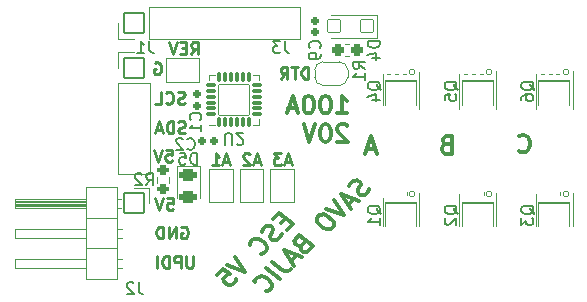
<source format=gbo>
G04 #@! TF.GenerationSoftware,KiCad,Pcbnew,6.0.1-79c1e3a40b~116~ubuntu21.04.1*
G04 #@! TF.CreationDate,2022-02-15T17:28:44-05:00*
G04 #@! TF.ProjectId,ESC_V5,4553435f-5635-42e6-9b69-6361645f7063,rev?*
G04 #@! TF.SameCoordinates,Original*
G04 #@! TF.FileFunction,Legend,Bot*
G04 #@! TF.FilePolarity,Positive*
%FSLAX46Y46*%
G04 Gerber Fmt 4.6, Leading zero omitted, Abs format (unit mm)*
G04 Created by KiCad (PCBNEW 6.0.1-79c1e3a40b~116~ubuntu21.04.1) date 2022-02-15 17:28:44*
%MOMM*%
%LPD*%
G01*
G04 APERTURE LIST*
G04 Aperture macros list*
%AMRoundRect*
0 Rectangle with rounded corners*
0 $1 Rounding radius*
0 $2 $3 $4 $5 $6 $7 $8 $9 X,Y pos of 4 corners*
0 Add a 4 corners polygon primitive as box body*
4,1,4,$2,$3,$4,$5,$6,$7,$8,$9,$2,$3,0*
0 Add four circle primitives for the rounded corners*
1,1,$1+$1,$2,$3*
1,1,$1+$1,$4,$5*
1,1,$1+$1,$6,$7*
1,1,$1+$1,$8,$9*
0 Add four rect primitives between the rounded corners*
20,1,$1+$1,$2,$3,$4,$5,0*
20,1,$1+$1,$4,$5,$6,$7,0*
20,1,$1+$1,$6,$7,$8,$9,0*
20,1,$1+$1,$8,$9,$2,$3,0*%
%AMFreePoly0*
4,1,16,0.535355,0.785355,0.541603,0.777735,1.041603,0.027735,1.049029,-0.009806,1.041603,-0.027735,0.541603,-0.777735,0.509806,-0.799029,0.500000,-0.800000,-0.500000,-0.800000,-0.535355,-0.785355,-0.550000,-0.750000,-0.550000,0.750000,-0.535355,0.785355,-0.500000,0.800000,0.500000,0.800000,0.535355,0.785355,0.535355,0.785355,$1*%
%AMFreePoly1*
4,1,16,0.535355,0.785355,0.550000,0.750000,0.550000,-0.750000,0.535355,-0.785355,0.500000,-0.800000,-0.650000,-0.800000,-0.685355,-0.785355,-0.700000,-0.750000,-0.691603,-0.722265,-0.210093,0.000000,-0.691603,0.722265,-0.699029,0.759806,-0.677735,0.791603,-0.650000,0.800000,0.500000,0.800000,0.535355,0.785355,0.535355,0.785355,$1*%
%AMFreePoly2*
4,1,37,0.535355,0.785355,0.550000,0.750000,0.550000,-0.750000,0.535355,-0.785355,0.500000,-0.800000,0.000000,-0.800000,-0.012524,-0.794812,-0.080857,-0.793560,-0.094851,-0.791293,-0.230166,-0.749018,-0.242962,-0.742915,-0.360972,-0.664360,-0.371540,-0.654911,-0.462760,-0.546392,-0.470252,-0.534356,-0.527347,-0.404597,-0.531159,-0.390943,-0.548742,-0.256483,-0.547388,-0.256306,-0.550000,-0.250000,
-0.550000,0.250000,-0.549522,0.251153,-0.549368,0.263802,-0.527557,0.403879,-0.523412,0.417435,-0.463164,0.545760,-0.455381,0.557609,-0.361537,0.663867,-0.350741,0.673055,-0.230846,0.748703,-0.217905,0.754492,-0.081598,0.793449,-0.067552,0.795373,-0.011991,0.795033,0.000000,0.800000,0.500000,0.800000,0.535355,0.785355,0.535355,0.785355,$1*%
%AMFreePoly3*
4,1,37,0.012350,0.794884,0.074210,0.794507,0.088231,0.792412,0.224052,0.751793,0.236921,0.745846,0.355883,0.668739,0.366566,0.659420,0.459104,0.552023,0.466742,0.540080,0.525419,0.411028,0.529398,0.397421,0.549495,0.257088,0.550000,0.250000,0.550000,-0.250000,0.549996,-0.250610,0.549847,-0.262826,0.549158,-0.270511,0.525638,-0.410312,0.521328,-0.423818,0.459516,-0.551397,
0.451589,-0.563150,0.356454,-0.668254,0.345546,-0.677309,0.224736,-0.751486,0.211726,-0.757116,0.074953,-0.794405,0.060885,-0.796158,0.011462,-0.795252,0.000000,-0.800000,-0.500000,-0.800000,-0.535355,-0.785355,-0.550000,-0.750000,-0.550000,0.750000,-0.535355,0.785355,-0.500000,0.800000,0.000000,0.800000,0.012350,0.794884,0.012350,0.794884,$1*%
G04 Aperture macros list end*
%ADD10C,0.300000*%
%ADD11C,0.250000*%
%ADD12C,0.150000*%
%ADD13C,0.120000*%
%ADD14C,0.100000*%
%ADD15RoundRect,0.197500X-0.172500X0.147500X-0.172500X-0.147500X0.172500X-0.147500X0.172500X0.147500X0*%
%ADD16RoundRect,0.197500X-0.147500X-0.172500X0.147500X-0.172500X0.147500X0.172500X-0.147500X0.172500X0*%
%ADD17RoundRect,0.197500X0.172500X-0.147500X0.172500X0.147500X-0.172500X0.147500X-0.172500X-0.147500X0*%
%ADD18RoundRect,0.050000X0.550000X0.550000X-0.550000X0.550000X-0.550000X-0.550000X0.550000X-0.550000X0*%
%ADD19RoundRect,0.050000X0.850000X0.850000X-0.850000X0.850000X-0.850000X-0.850000X0.850000X-0.850000X0*%
%ADD20O,1.800000X1.800000*%
%ADD21RoundRect,0.050000X-0.850000X0.850000X-0.850000X-0.850000X0.850000X-0.850000X0.850000X0.850000X0*%
%ADD22FreePoly0,0.000000*%
%ADD23FreePoly1,0.000000*%
%ADD24FreePoly0,90.000000*%
%ADD25FreePoly1,90.000000*%
%ADD26FreePoly2,180.000000*%
%ADD27FreePoly3,180.000000*%
%ADD28RoundRect,0.112500X-0.350000X-0.062500X0.350000X-0.062500X0.350000X0.062500X-0.350000X0.062500X0*%
%ADD29RoundRect,0.112500X-0.062500X-0.350000X0.062500X-0.350000X0.062500X0.350000X-0.062500X0.350000X0*%
%ADD30RoundRect,0.050000X-1.300000X-1.300000X1.300000X-1.300000X1.300000X1.300000X-1.300000X1.300000X0*%
%ADD31RoundRect,0.050000X-0.200000X-0.200000X0.200000X-0.200000X0.200000X0.200000X-0.200000X0.200000X0*%
%ADD32RoundRect,0.050000X-1.325000X1.100000X-1.325000X-1.100000X1.325000X-1.100000X1.325000X1.100000X0*%
%ADD33RoundRect,0.268750X0.218750X0.256250X-0.218750X0.256250X-0.218750X-0.256250X0.218750X-0.256250X0*%
%ADD34RoundRect,0.250000X-0.275000X0.200000X-0.275000X-0.200000X0.275000X-0.200000X0.275000X0.200000X0*%
%ADD35RoundRect,0.293750X-0.456250X0.243750X-0.456250X-0.243750X0.456250X-0.243750X0.456250X0.243750X0*%
G04 APERTURE END LIST*
D10*
X142057142Y-152350000D02*
X141342857Y-152350000D01*
X142200000Y-152778571D02*
X141700000Y-151278571D01*
X141200000Y-152778571D01*
D11*
X124457738Y-156552380D02*
X124933928Y-156552380D01*
X124981547Y-157028571D01*
X124933928Y-156980952D01*
X124838690Y-156933333D01*
X124600595Y-156933333D01*
X124505357Y-156980952D01*
X124457738Y-157028571D01*
X124410119Y-157123809D01*
X124410119Y-157361904D01*
X124457738Y-157457142D01*
X124505357Y-157504761D01*
X124600595Y-157552380D01*
X124838690Y-157552380D01*
X124933928Y-157504761D01*
X124981547Y-157457142D01*
X124124404Y-156552380D02*
X123791071Y-157552380D01*
X123457738Y-156552380D01*
D10*
X148092857Y-151992857D02*
X147878571Y-152064285D01*
X147807142Y-152135714D01*
X147735714Y-152278571D01*
X147735714Y-152492857D01*
X147807142Y-152635714D01*
X147878571Y-152707142D01*
X148021428Y-152778571D01*
X148592857Y-152778571D01*
X148592857Y-151278571D01*
X148092857Y-151278571D01*
X147950000Y-151350000D01*
X147878571Y-151421428D01*
X147807142Y-151564285D01*
X147807142Y-151707142D01*
X147878571Y-151850000D01*
X147950000Y-151921428D01*
X148092857Y-151992857D01*
X148592857Y-151992857D01*
D11*
X123400595Y-145100000D02*
X123495833Y-145052380D01*
X123638690Y-145052380D01*
X123781547Y-145100000D01*
X123876785Y-145195238D01*
X123924404Y-145290476D01*
X123972023Y-145480952D01*
X123972023Y-145623809D01*
X123924404Y-145814285D01*
X123876785Y-145909523D01*
X123781547Y-146004761D01*
X123638690Y-146052380D01*
X123543452Y-146052380D01*
X123400595Y-146004761D01*
X123352976Y-145957142D01*
X123352976Y-145623809D01*
X123543452Y-145623809D01*
D10*
X134481602Y-158266874D02*
X134128049Y-158620427D01*
X134601558Y-159258086D02*
X135106634Y-158753010D01*
X133913391Y-157824932D01*
X133408315Y-158330008D01*
X134140676Y-159617953D02*
X134045974Y-159813670D01*
X133793436Y-160066208D01*
X133635599Y-160123029D01*
X133528271Y-160129343D01*
X133364121Y-160091462D01*
X133250479Y-160003074D01*
X133187344Y-159864178D01*
X133181031Y-159769476D01*
X133225225Y-159624266D01*
X133370434Y-159378042D01*
X133414629Y-159232832D01*
X133408315Y-159138131D01*
X133345181Y-158999235D01*
X133231538Y-158910846D01*
X133067389Y-158872965D01*
X132960060Y-158879279D01*
X132802224Y-158936100D01*
X132549685Y-159188638D01*
X132454984Y-159384355D01*
X132417103Y-161240511D02*
X132524432Y-161234197D01*
X132732776Y-161126868D01*
X132833791Y-161025853D01*
X132928493Y-160830136D01*
X132915866Y-160640732D01*
X132852731Y-160501836D01*
X132675954Y-160274552D01*
X132505491Y-160141970D01*
X132227699Y-160015701D01*
X132063550Y-159977820D01*
X131848892Y-159990447D01*
X131640548Y-160097775D01*
X131539533Y-160198791D01*
X131444831Y-160394508D01*
X131451145Y-160489210D01*
X130226335Y-161511989D02*
X131066024Y-162793620D01*
X129519228Y-162219096D01*
X128660598Y-163077725D02*
X129165674Y-162572649D01*
X129784393Y-162964083D01*
X129677064Y-162970397D01*
X129519228Y-163027218D01*
X129266690Y-163279756D01*
X129222495Y-163424965D01*
X129228809Y-163519667D01*
X129291943Y-163658563D01*
X129576049Y-163879534D01*
X129740199Y-163917415D01*
X129847527Y-163911101D01*
X130005364Y-163854280D01*
X130257902Y-163601742D01*
X130302096Y-163456533D01*
X130295783Y-163361831D01*
D11*
X132314285Y-153466666D02*
X131838095Y-153466666D01*
X132409523Y-153752380D02*
X132076190Y-152752380D01*
X131742857Y-153752380D01*
X131457142Y-152847619D02*
X131409523Y-152800000D01*
X131314285Y-152752380D01*
X131076190Y-152752380D01*
X130980952Y-152800000D01*
X130933333Y-152847619D01*
X130885714Y-152942857D01*
X130885714Y-153038095D01*
X130933333Y-153180952D01*
X131504761Y-153752380D01*
X130885714Y-153752380D01*
X134914285Y-153466666D02*
X134438095Y-153466666D01*
X135009523Y-153752380D02*
X134676190Y-152752380D01*
X134342857Y-153752380D01*
X134104761Y-152752380D02*
X133485714Y-152752380D01*
X133819047Y-153133333D01*
X133676190Y-153133333D01*
X133580952Y-153180952D01*
X133533333Y-153228571D01*
X133485714Y-153323809D01*
X133485714Y-153561904D01*
X133533333Y-153657142D01*
X133580952Y-153704761D01*
X133676190Y-153752380D01*
X133961904Y-153752380D01*
X134057142Y-153704761D01*
X134104761Y-153657142D01*
X136399404Y-146452380D02*
X136399404Y-145452380D01*
X136161309Y-145452380D01*
X136018452Y-145500000D01*
X135923214Y-145595238D01*
X135875595Y-145690476D01*
X135827976Y-145880952D01*
X135827976Y-146023809D01*
X135875595Y-146214285D01*
X135923214Y-146309523D01*
X136018452Y-146404761D01*
X136161309Y-146452380D01*
X136399404Y-146452380D01*
X135542261Y-145452380D02*
X134970833Y-145452380D01*
X135256547Y-146452380D02*
X135256547Y-145452380D01*
X134066071Y-146452380D02*
X134399404Y-145976190D01*
X134637500Y-146452380D02*
X134637500Y-145452380D01*
X134256547Y-145452380D01*
X134161309Y-145500000D01*
X134113690Y-145547619D01*
X134066071Y-145642857D01*
X134066071Y-145785714D01*
X134113690Y-145880952D01*
X134161309Y-145928571D01*
X134256547Y-145976190D01*
X134637500Y-145976190D01*
X129714285Y-153466666D02*
X129238095Y-153466666D01*
X129809523Y-153752380D02*
X129476190Y-152752380D01*
X129142857Y-153752380D01*
X128285714Y-153752380D02*
X128857142Y-153752380D01*
X128571428Y-153752380D02*
X128571428Y-152752380D01*
X128666666Y-152895238D01*
X128761904Y-152990476D01*
X128857142Y-153038095D01*
X126648214Y-161452380D02*
X126648214Y-162261904D01*
X126600595Y-162357142D01*
X126552976Y-162404761D01*
X126457738Y-162452380D01*
X126267261Y-162452380D01*
X126172023Y-162404761D01*
X126124404Y-162357142D01*
X126076785Y-162261904D01*
X126076785Y-161452380D01*
X125600595Y-162452380D02*
X125600595Y-161452380D01*
X125219642Y-161452380D01*
X125124404Y-161500000D01*
X125076785Y-161547619D01*
X125029166Y-161642857D01*
X125029166Y-161785714D01*
X125076785Y-161880952D01*
X125124404Y-161928571D01*
X125219642Y-161976190D01*
X125600595Y-161976190D01*
X124600595Y-162452380D02*
X124600595Y-161452380D01*
X124362500Y-161452380D01*
X124219642Y-161500000D01*
X124124404Y-161595238D01*
X124076785Y-161690476D01*
X124029166Y-161880952D01*
X124029166Y-162023809D01*
X124076785Y-162214285D01*
X124124404Y-162309523D01*
X124219642Y-162404761D01*
X124362500Y-162452380D01*
X124600595Y-162452380D01*
X123600595Y-162452380D02*
X123600595Y-161452380D01*
X125933928Y-148504761D02*
X125791071Y-148552380D01*
X125552976Y-148552380D01*
X125457738Y-148504761D01*
X125410119Y-148457142D01*
X125362500Y-148361904D01*
X125362500Y-148266666D01*
X125410119Y-148171428D01*
X125457738Y-148123809D01*
X125552976Y-148076190D01*
X125743452Y-148028571D01*
X125838690Y-147980952D01*
X125886309Y-147933333D01*
X125933928Y-147838095D01*
X125933928Y-147742857D01*
X125886309Y-147647619D01*
X125838690Y-147600000D01*
X125743452Y-147552380D01*
X125505357Y-147552380D01*
X125362500Y-147600000D01*
X124362500Y-148457142D02*
X124410119Y-148504761D01*
X124552976Y-148552380D01*
X124648214Y-148552380D01*
X124791071Y-148504761D01*
X124886309Y-148409523D01*
X124933928Y-148314285D01*
X124981547Y-148123809D01*
X124981547Y-147980952D01*
X124933928Y-147790476D01*
X124886309Y-147695238D01*
X124791071Y-147600000D01*
X124648214Y-147552380D01*
X124552976Y-147552380D01*
X124410119Y-147600000D01*
X124362500Y-147647619D01*
X123457738Y-148552380D02*
X123933928Y-148552380D01*
X123933928Y-147552380D01*
X124357738Y-152452380D02*
X124833928Y-152452380D01*
X124881547Y-152928571D01*
X124833928Y-152880952D01*
X124738690Y-152833333D01*
X124500595Y-152833333D01*
X124405357Y-152880952D01*
X124357738Y-152928571D01*
X124310119Y-153023809D01*
X124310119Y-153261904D01*
X124357738Y-153357142D01*
X124405357Y-153404761D01*
X124500595Y-153452380D01*
X124738690Y-153452380D01*
X124833928Y-153404761D01*
X124881547Y-153357142D01*
X124024404Y-152452380D02*
X123691071Y-153452380D01*
X123357738Y-152452380D01*
X126471428Y-144352380D02*
X126804761Y-143876190D01*
X127042857Y-144352380D02*
X127042857Y-143352380D01*
X126661904Y-143352380D01*
X126566666Y-143400000D01*
X126519047Y-143447619D01*
X126471428Y-143542857D01*
X126471428Y-143685714D01*
X126519047Y-143780952D01*
X126566666Y-143828571D01*
X126661904Y-143876190D01*
X127042857Y-143876190D01*
X126042857Y-143828571D02*
X125709523Y-143828571D01*
X125566666Y-144352380D02*
X126042857Y-144352380D01*
X126042857Y-143352380D01*
X125566666Y-143352380D01*
X125280952Y-143352380D02*
X124947619Y-144352380D01*
X124614285Y-143352380D01*
X125981547Y-151004761D02*
X125838690Y-151052380D01*
X125600595Y-151052380D01*
X125505357Y-151004761D01*
X125457738Y-150957142D01*
X125410119Y-150861904D01*
X125410119Y-150766666D01*
X125457738Y-150671428D01*
X125505357Y-150623809D01*
X125600595Y-150576190D01*
X125791071Y-150528571D01*
X125886309Y-150480952D01*
X125933928Y-150433333D01*
X125981547Y-150338095D01*
X125981547Y-150242857D01*
X125933928Y-150147619D01*
X125886309Y-150100000D01*
X125791071Y-150052380D01*
X125552976Y-150052380D01*
X125410119Y-150100000D01*
X124981547Y-151052380D02*
X124981547Y-150052380D01*
X124743452Y-150052380D01*
X124600595Y-150100000D01*
X124505357Y-150195238D01*
X124457738Y-150290476D01*
X124410119Y-150480952D01*
X124410119Y-150623809D01*
X124457738Y-150814285D01*
X124505357Y-150909523D01*
X124600595Y-151004761D01*
X124743452Y-151052380D01*
X124981547Y-151052380D01*
X124029166Y-150766666D02*
X123552976Y-150766666D01*
X124124404Y-151052380D02*
X123791071Y-150052380D01*
X123457738Y-151052380D01*
D10*
X138862142Y-149371071D02*
X139719285Y-149371071D01*
X139290714Y-149371071D02*
X139290714Y-147871071D01*
X139433571Y-148085357D01*
X139576428Y-148228214D01*
X139719285Y-148299642D01*
X137933571Y-147871071D02*
X137790714Y-147871071D01*
X137647857Y-147942500D01*
X137576428Y-148013928D01*
X137505000Y-148156785D01*
X137433571Y-148442500D01*
X137433571Y-148799642D01*
X137505000Y-149085357D01*
X137576428Y-149228214D01*
X137647857Y-149299642D01*
X137790714Y-149371071D01*
X137933571Y-149371071D01*
X138076428Y-149299642D01*
X138147857Y-149228214D01*
X138219285Y-149085357D01*
X138290714Y-148799642D01*
X138290714Y-148442500D01*
X138219285Y-148156785D01*
X138147857Y-148013928D01*
X138076428Y-147942500D01*
X137933571Y-147871071D01*
X136505000Y-147871071D02*
X136362142Y-147871071D01*
X136219285Y-147942500D01*
X136147857Y-148013928D01*
X136076428Y-148156785D01*
X136005000Y-148442500D01*
X136005000Y-148799642D01*
X136076428Y-149085357D01*
X136147857Y-149228214D01*
X136219285Y-149299642D01*
X136362142Y-149371071D01*
X136505000Y-149371071D01*
X136647857Y-149299642D01*
X136719285Y-149228214D01*
X136790714Y-149085357D01*
X136862142Y-148799642D01*
X136862142Y-148442500D01*
X136790714Y-148156785D01*
X136719285Y-148013928D01*
X136647857Y-147942500D01*
X136505000Y-147871071D01*
X135433571Y-148942500D02*
X134719285Y-148942500D01*
X135576428Y-149371071D02*
X135076428Y-147871071D01*
X134576428Y-149371071D01*
X139719285Y-150428928D02*
X139647857Y-150357500D01*
X139505000Y-150286071D01*
X139147857Y-150286071D01*
X139005000Y-150357500D01*
X138933571Y-150428928D01*
X138862142Y-150571785D01*
X138862142Y-150714642D01*
X138933571Y-150928928D01*
X139790714Y-151786071D01*
X138862142Y-151786071D01*
X137933571Y-150286071D02*
X137790714Y-150286071D01*
X137647857Y-150357500D01*
X137576428Y-150428928D01*
X137505000Y-150571785D01*
X137433571Y-150857500D01*
X137433571Y-151214642D01*
X137505000Y-151500357D01*
X137576428Y-151643214D01*
X137647857Y-151714642D01*
X137790714Y-151786071D01*
X137933571Y-151786071D01*
X138076428Y-151714642D01*
X138147857Y-151643214D01*
X138219285Y-151500357D01*
X138290714Y-151214642D01*
X138290714Y-150857500D01*
X138219285Y-150571785D01*
X138147857Y-150428928D01*
X138076428Y-150357500D01*
X137933571Y-150286071D01*
X137005000Y-150286071D02*
X136505000Y-151786071D01*
X136005000Y-150286071D01*
X141567072Y-155791556D02*
X141472370Y-155987273D01*
X141219832Y-156239812D01*
X141061996Y-156296633D01*
X140954667Y-156302946D01*
X140790518Y-156265065D01*
X140676875Y-156176677D01*
X140613741Y-156037781D01*
X140607427Y-155943079D01*
X140651622Y-155797870D01*
X140796831Y-155551645D01*
X140841025Y-155406436D01*
X140834712Y-155311734D01*
X140771577Y-155172838D01*
X140657935Y-155084450D01*
X140493785Y-155046569D01*
X140386457Y-155052882D01*
X140228620Y-155109703D01*
X139976082Y-155362242D01*
X139881380Y-155557959D01*
X140272814Y-156580738D02*
X139767738Y-157085814D01*
X140714756Y-156744888D02*
X139167960Y-156170364D01*
X140007649Y-157451995D01*
X138612376Y-156725947D02*
X139452065Y-158007579D01*
X137905269Y-157433054D01*
X137349685Y-157988638D02*
X137147655Y-158190669D01*
X137103461Y-158335878D01*
X137116088Y-158525282D01*
X137292864Y-158752566D01*
X137690612Y-159061925D01*
X137968404Y-159188194D01*
X138183061Y-159175567D01*
X138340898Y-159118746D01*
X138542928Y-158916716D01*
X138587122Y-158771506D01*
X138574495Y-158582103D01*
X138397719Y-158354818D01*
X137999971Y-158045459D01*
X137722179Y-157919190D01*
X137507522Y-157931817D01*
X137349685Y-157988638D01*
X135847084Y-160501393D02*
X135752382Y-160697110D01*
X135758695Y-160791811D01*
X135821830Y-160930707D01*
X135992293Y-161063290D01*
X136156443Y-161101171D01*
X136263771Y-161094857D01*
X136421608Y-161038036D01*
X136825669Y-160633975D01*
X135632426Y-159705897D01*
X135278873Y-160059451D01*
X135234679Y-160204660D01*
X135240992Y-160299362D01*
X135304127Y-160438258D01*
X135417769Y-160526646D01*
X135581918Y-160564527D01*
X135689247Y-160558214D01*
X135847084Y-160501393D01*
X136200637Y-160147839D01*
X135474590Y-161378963D02*
X134969513Y-161884039D01*
X135916531Y-161543112D02*
X134369735Y-160968588D01*
X135209425Y-162250219D01*
X133359583Y-161978741D02*
X134211899Y-162641653D01*
X134432870Y-162723728D01*
X134647527Y-162711101D01*
X134855871Y-162603773D01*
X134956887Y-162502757D01*
X134047749Y-163411895D02*
X132854507Y-162483817D01*
X132822939Y-164434674D02*
X132930268Y-164428361D01*
X133138612Y-164321032D01*
X133239627Y-164220017D01*
X133334329Y-164024300D01*
X133321702Y-163834896D01*
X133258568Y-163696000D01*
X133081791Y-163468716D01*
X132911328Y-163336133D01*
X132633536Y-163209864D01*
X132469386Y-163171983D01*
X132254729Y-163184610D01*
X132046385Y-163291939D01*
X131945369Y-163392954D01*
X131850668Y-163588671D01*
X131856981Y-163683373D01*
D11*
X125648214Y-159000000D02*
X125743452Y-158952380D01*
X125886309Y-158952380D01*
X126029166Y-159000000D01*
X126124404Y-159095238D01*
X126172023Y-159190476D01*
X126219642Y-159380952D01*
X126219642Y-159523809D01*
X126172023Y-159714285D01*
X126124404Y-159809523D01*
X126029166Y-159904761D01*
X125886309Y-159952380D01*
X125791071Y-159952380D01*
X125648214Y-159904761D01*
X125600595Y-159857142D01*
X125600595Y-159523809D01*
X125791071Y-159523809D01*
X125172023Y-159952380D02*
X125172023Y-158952380D01*
X124600595Y-159952380D01*
X124600595Y-158952380D01*
X124124404Y-159952380D02*
X124124404Y-158952380D01*
X123886309Y-158952380D01*
X123743452Y-159000000D01*
X123648214Y-159095238D01*
X123600595Y-159190476D01*
X123552976Y-159380952D01*
X123552976Y-159523809D01*
X123600595Y-159714285D01*
X123648214Y-159809523D01*
X123743452Y-159904761D01*
X123886309Y-159952380D01*
X124124404Y-159952380D01*
D10*
X154235714Y-152535714D02*
X154307142Y-152607142D01*
X154521428Y-152678571D01*
X154664285Y-152678571D01*
X154878571Y-152607142D01*
X155021428Y-152464285D01*
X155092857Y-152321428D01*
X155164285Y-152035714D01*
X155164285Y-151821428D01*
X155092857Y-151535714D01*
X155021428Y-151392857D01*
X154878571Y-151250000D01*
X154664285Y-151178571D01*
X154521428Y-151178571D01*
X154307142Y-151250000D01*
X154235714Y-151321428D01*
D12*
X127257142Y-149933333D02*
X127304761Y-149885714D01*
X127352380Y-149742857D01*
X127352380Y-149647619D01*
X127304761Y-149504761D01*
X127209523Y-149409523D01*
X127114285Y-149361904D01*
X126923809Y-149314285D01*
X126780952Y-149314285D01*
X126590476Y-149361904D01*
X126495238Y-149409523D01*
X126400000Y-149504761D01*
X126352380Y-149647619D01*
X126352380Y-149742857D01*
X126400000Y-149885714D01*
X126447619Y-149933333D01*
X127352380Y-150885714D02*
X127352380Y-150314285D01*
X127352380Y-150600000D02*
X126352380Y-150600000D01*
X126495238Y-150504761D01*
X126590476Y-150409523D01*
X126638095Y-150314285D01*
X126166666Y-152357142D02*
X126214285Y-152404761D01*
X126357142Y-152452380D01*
X126452380Y-152452380D01*
X126595238Y-152404761D01*
X126690476Y-152309523D01*
X126738095Y-152214285D01*
X126785714Y-152023809D01*
X126785714Y-151880952D01*
X126738095Y-151690476D01*
X126690476Y-151595238D01*
X126595238Y-151500000D01*
X126452380Y-151452380D01*
X126357142Y-151452380D01*
X126214285Y-151500000D01*
X126166666Y-151547619D01*
X125785714Y-151547619D02*
X125738095Y-151500000D01*
X125642857Y-151452380D01*
X125404761Y-151452380D01*
X125309523Y-151500000D01*
X125261904Y-151547619D01*
X125214285Y-151642857D01*
X125214285Y-151738095D01*
X125261904Y-151880952D01*
X125833333Y-152452380D01*
X125214285Y-152452380D01*
X137357142Y-143833333D02*
X137404761Y-143785714D01*
X137452380Y-143642857D01*
X137452380Y-143547619D01*
X137404761Y-143404761D01*
X137309523Y-143309523D01*
X137214285Y-143261904D01*
X137023809Y-143214285D01*
X136880952Y-143214285D01*
X136690476Y-143261904D01*
X136595238Y-143309523D01*
X136500000Y-143404761D01*
X136452380Y-143547619D01*
X136452380Y-143642857D01*
X136500000Y-143785714D01*
X136547619Y-143833333D01*
X137452380Y-144309523D02*
X137452380Y-144500000D01*
X137404761Y-144595238D01*
X137357142Y-144642857D01*
X137214285Y-144738095D01*
X137023809Y-144785714D01*
X136642857Y-144785714D01*
X136547619Y-144738095D01*
X136500000Y-144690476D01*
X136452380Y-144595238D01*
X136452380Y-144404761D01*
X136500000Y-144309523D01*
X136547619Y-144261904D01*
X136642857Y-144214285D01*
X136880952Y-144214285D01*
X136976190Y-144261904D01*
X137023809Y-144309523D01*
X137071428Y-144404761D01*
X137071428Y-144595238D01*
X137023809Y-144690476D01*
X136976190Y-144738095D01*
X136880952Y-144785714D01*
X142452380Y-143261904D02*
X141452380Y-143261904D01*
X141452380Y-143500000D01*
X141500000Y-143642857D01*
X141595238Y-143738095D01*
X141690476Y-143785714D01*
X141880952Y-143833333D01*
X142023809Y-143833333D01*
X142214285Y-143785714D01*
X142309523Y-143738095D01*
X142404761Y-143642857D01*
X142452380Y-143500000D01*
X142452380Y-143261904D01*
X141785714Y-144690476D02*
X142452380Y-144690476D01*
X141404761Y-144452380D02*
X142119047Y-144214285D01*
X142119047Y-144833333D01*
X122933333Y-143252380D02*
X122933333Y-143966666D01*
X122980952Y-144109523D01*
X123076190Y-144204761D01*
X123219047Y-144252380D01*
X123314285Y-144252380D01*
X121933333Y-144252380D02*
X122504761Y-144252380D01*
X122219047Y-144252380D02*
X122219047Y-143252380D01*
X122314285Y-143395238D01*
X122409523Y-143490476D01*
X122504761Y-143538095D01*
X122033333Y-163652380D02*
X122033333Y-164366666D01*
X122080952Y-164509523D01*
X122176190Y-164604761D01*
X122319047Y-164652380D01*
X122414285Y-164652380D01*
X121604761Y-163747619D02*
X121557142Y-163700000D01*
X121461904Y-163652380D01*
X121223809Y-163652380D01*
X121128571Y-163700000D01*
X121080952Y-163747619D01*
X121033333Y-163842857D01*
X121033333Y-163938095D01*
X121080952Y-164080952D01*
X121652380Y-164652380D01*
X121033333Y-164652380D01*
X134433333Y-143252380D02*
X134433333Y-143966666D01*
X134480952Y-144109523D01*
X134576190Y-144204761D01*
X134719047Y-144252380D01*
X134814285Y-144252380D01*
X134052380Y-143252380D02*
X133433333Y-143252380D01*
X133766666Y-143633333D01*
X133623809Y-143633333D01*
X133528571Y-143680952D01*
X133480952Y-143728571D01*
X133433333Y-143823809D01*
X133433333Y-144061904D01*
X133480952Y-144157142D01*
X133528571Y-144204761D01*
X133623809Y-144252380D01*
X133909523Y-144252380D01*
X134004761Y-144204761D01*
X134052380Y-144157142D01*
X129346095Y-152049619D02*
X129346095Y-151240095D01*
X129393714Y-151144857D01*
X129441333Y-151097238D01*
X129536571Y-151049619D01*
X129727047Y-151049619D01*
X129822285Y-151097238D01*
X129869904Y-151144857D01*
X129917523Y-151240095D01*
X129917523Y-152049619D01*
X130346095Y-151954380D02*
X130393714Y-152002000D01*
X130488952Y-152049619D01*
X130727047Y-152049619D01*
X130822285Y-152002000D01*
X130869904Y-151954380D01*
X130917523Y-151859142D01*
X130917523Y-151763904D01*
X130869904Y-151621047D01*
X130298476Y-151049619D01*
X130917523Y-151049619D01*
X142547619Y-157904761D02*
X142500000Y-157809523D01*
X142404761Y-157714285D01*
X142261904Y-157571428D01*
X142214285Y-157476190D01*
X142214285Y-157380952D01*
X142452380Y-157428571D02*
X142404761Y-157333333D01*
X142309523Y-157238095D01*
X142119047Y-157190476D01*
X141785714Y-157190476D01*
X141595238Y-157238095D01*
X141500000Y-157333333D01*
X141452380Y-157428571D01*
X141452380Y-157619047D01*
X141500000Y-157714285D01*
X141595238Y-157809523D01*
X141785714Y-157857142D01*
X142119047Y-157857142D01*
X142309523Y-157809523D01*
X142404761Y-157714285D01*
X142452380Y-157619047D01*
X142452380Y-157428571D01*
X142452380Y-158809523D02*
X142452380Y-158238095D01*
X142452380Y-158523809D02*
X141452380Y-158523809D01*
X141595238Y-158428571D01*
X141690476Y-158333333D01*
X141738095Y-158238095D01*
X149047619Y-157904761D02*
X149000000Y-157809523D01*
X148904761Y-157714285D01*
X148761904Y-157571428D01*
X148714285Y-157476190D01*
X148714285Y-157380952D01*
X148952380Y-157428571D02*
X148904761Y-157333333D01*
X148809523Y-157238095D01*
X148619047Y-157190476D01*
X148285714Y-157190476D01*
X148095238Y-157238095D01*
X148000000Y-157333333D01*
X147952380Y-157428571D01*
X147952380Y-157619047D01*
X148000000Y-157714285D01*
X148095238Y-157809523D01*
X148285714Y-157857142D01*
X148619047Y-157857142D01*
X148809523Y-157809523D01*
X148904761Y-157714285D01*
X148952380Y-157619047D01*
X148952380Y-157428571D01*
X148047619Y-158238095D02*
X148000000Y-158285714D01*
X147952380Y-158380952D01*
X147952380Y-158619047D01*
X148000000Y-158714285D01*
X148047619Y-158761904D01*
X148142857Y-158809523D01*
X148238095Y-158809523D01*
X148380952Y-158761904D01*
X148952380Y-158190476D01*
X148952380Y-158809523D01*
X155547619Y-157904761D02*
X155500000Y-157809523D01*
X155404761Y-157714285D01*
X155261904Y-157571428D01*
X155214285Y-157476190D01*
X155214285Y-157380952D01*
X155452380Y-157428571D02*
X155404761Y-157333333D01*
X155309523Y-157238095D01*
X155119047Y-157190476D01*
X154785714Y-157190476D01*
X154595238Y-157238095D01*
X154500000Y-157333333D01*
X154452380Y-157428571D01*
X154452380Y-157619047D01*
X154500000Y-157714285D01*
X154595238Y-157809523D01*
X154785714Y-157857142D01*
X155119047Y-157857142D01*
X155309523Y-157809523D01*
X155404761Y-157714285D01*
X155452380Y-157619047D01*
X155452380Y-157428571D01*
X154452380Y-158190476D02*
X154452380Y-158809523D01*
X154833333Y-158476190D01*
X154833333Y-158619047D01*
X154880952Y-158714285D01*
X154928571Y-158761904D01*
X155023809Y-158809523D01*
X155261904Y-158809523D01*
X155357142Y-158761904D01*
X155404761Y-158714285D01*
X155452380Y-158619047D01*
X155452380Y-158333333D01*
X155404761Y-158238095D01*
X155357142Y-158190476D01*
X142547619Y-147404761D02*
X142500000Y-147309523D01*
X142404761Y-147214285D01*
X142261904Y-147071428D01*
X142214285Y-146976190D01*
X142214285Y-146880952D01*
X142452380Y-146928571D02*
X142404761Y-146833333D01*
X142309523Y-146738095D01*
X142119047Y-146690476D01*
X141785714Y-146690476D01*
X141595238Y-146738095D01*
X141500000Y-146833333D01*
X141452380Y-146928571D01*
X141452380Y-147119047D01*
X141500000Y-147214285D01*
X141595238Y-147309523D01*
X141785714Y-147357142D01*
X142119047Y-147357142D01*
X142309523Y-147309523D01*
X142404761Y-147214285D01*
X142452380Y-147119047D01*
X142452380Y-146928571D01*
X141785714Y-148214285D02*
X142452380Y-148214285D01*
X141404761Y-147976190D02*
X142119047Y-147738095D01*
X142119047Y-148357142D01*
X149047619Y-147404761D02*
X149000000Y-147309523D01*
X148904761Y-147214285D01*
X148761904Y-147071428D01*
X148714285Y-146976190D01*
X148714285Y-146880952D01*
X148952380Y-146928571D02*
X148904761Y-146833333D01*
X148809523Y-146738095D01*
X148619047Y-146690476D01*
X148285714Y-146690476D01*
X148095238Y-146738095D01*
X148000000Y-146833333D01*
X147952380Y-146928571D01*
X147952380Y-147119047D01*
X148000000Y-147214285D01*
X148095238Y-147309523D01*
X148285714Y-147357142D01*
X148619047Y-147357142D01*
X148809523Y-147309523D01*
X148904761Y-147214285D01*
X148952380Y-147119047D01*
X148952380Y-146928571D01*
X147952380Y-148261904D02*
X147952380Y-147785714D01*
X148428571Y-147738095D01*
X148380952Y-147785714D01*
X148333333Y-147880952D01*
X148333333Y-148119047D01*
X148380952Y-148214285D01*
X148428571Y-148261904D01*
X148523809Y-148309523D01*
X148761904Y-148309523D01*
X148857142Y-148261904D01*
X148904761Y-148214285D01*
X148952380Y-148119047D01*
X148952380Y-147880952D01*
X148904761Y-147785714D01*
X148857142Y-147738095D01*
X155547619Y-147404761D02*
X155500000Y-147309523D01*
X155404761Y-147214285D01*
X155261904Y-147071428D01*
X155214285Y-146976190D01*
X155214285Y-146880952D01*
X155452380Y-146928571D02*
X155404761Y-146833333D01*
X155309523Y-146738095D01*
X155119047Y-146690476D01*
X154785714Y-146690476D01*
X154595238Y-146738095D01*
X154500000Y-146833333D01*
X154452380Y-146928571D01*
X154452380Y-147119047D01*
X154500000Y-147214285D01*
X154595238Y-147309523D01*
X154785714Y-147357142D01*
X155119047Y-147357142D01*
X155309523Y-147309523D01*
X155404761Y-147214285D01*
X155452380Y-147119047D01*
X155452380Y-146928571D01*
X154452380Y-148214285D02*
X154452380Y-148023809D01*
X154500000Y-147928571D01*
X154547619Y-147880952D01*
X154690476Y-147785714D01*
X154880952Y-147738095D01*
X155261904Y-147738095D01*
X155357142Y-147785714D01*
X155404761Y-147833333D01*
X155452380Y-147928571D01*
X155452380Y-148119047D01*
X155404761Y-148214285D01*
X155357142Y-148261904D01*
X155261904Y-148309523D01*
X155023809Y-148309523D01*
X154928571Y-148261904D01*
X154880952Y-148214285D01*
X154833333Y-148119047D01*
X154833333Y-147928571D01*
X154880952Y-147833333D01*
X154928571Y-147785714D01*
X155023809Y-147738095D01*
X141202380Y-145583333D02*
X140726190Y-145250000D01*
X141202380Y-145011904D02*
X140202380Y-145011904D01*
X140202380Y-145392857D01*
X140250000Y-145488095D01*
X140297619Y-145535714D01*
X140392857Y-145583333D01*
X140535714Y-145583333D01*
X140630952Y-145535714D01*
X140678571Y-145488095D01*
X140726190Y-145392857D01*
X140726190Y-145011904D01*
X141202380Y-146535714D02*
X141202380Y-145964285D01*
X141202380Y-146250000D02*
X140202380Y-146250000D01*
X140345238Y-146154761D01*
X140440476Y-146059523D01*
X140488095Y-145964285D01*
X122666666Y-155452380D02*
X123000000Y-154976190D01*
X123238095Y-155452380D02*
X123238095Y-154452380D01*
X122857142Y-154452380D01*
X122761904Y-154500000D01*
X122714285Y-154547619D01*
X122666666Y-154642857D01*
X122666666Y-154785714D01*
X122714285Y-154880952D01*
X122761904Y-154928571D01*
X122857142Y-154976190D01*
X123238095Y-154976190D01*
X122285714Y-154547619D02*
X122238095Y-154500000D01*
X122142857Y-154452380D01*
X121904761Y-154452380D01*
X121809523Y-154500000D01*
X121761904Y-154547619D01*
X121714285Y-154642857D01*
X121714285Y-154738095D01*
X121761904Y-154880952D01*
X122333333Y-155452380D01*
X121714285Y-155452380D01*
X126988095Y-153702380D02*
X126988095Y-152702380D01*
X126750000Y-152702380D01*
X126607142Y-152750000D01*
X126511904Y-152845238D01*
X126464285Y-152940476D01*
X126416666Y-153130952D01*
X126416666Y-153273809D01*
X126464285Y-153464285D01*
X126511904Y-153559523D01*
X126607142Y-153654761D01*
X126750000Y-153702380D01*
X126988095Y-153702380D01*
X125511904Y-152702380D02*
X125988095Y-152702380D01*
X126035714Y-153178571D01*
X125988095Y-153130952D01*
X125892857Y-153083333D01*
X125654761Y-153083333D01*
X125559523Y-153130952D01*
X125511904Y-153178571D01*
X125464285Y-153273809D01*
X125464285Y-153511904D01*
X125511904Y-153607142D01*
X125559523Y-153654761D01*
X125654761Y-153702380D01*
X125892857Y-153702380D01*
X125988095Y-153654761D01*
X126035714Y-153607142D01*
D13*
X142200000Y-143000000D02*
X138350000Y-143000000D01*
X142200000Y-141000000D02*
X142200000Y-143000000D01*
X142200000Y-141000000D02*
X138350000Y-141000000D01*
X122980000Y-154490000D02*
X120320000Y-154490000D01*
X120320000Y-146810000D02*
X120320000Y-154490000D01*
X120320000Y-144210000D02*
X120320000Y-145540000D01*
X122980000Y-146810000D02*
X120320000Y-146810000D01*
X121650000Y-144210000D02*
X120320000Y-144210000D01*
X122980000Y-146810000D02*
X122980000Y-154490000D01*
X120210000Y-158240000D02*
X117550000Y-158240000D01*
X111550000Y-161670000D02*
X111550000Y-162430000D01*
X120540000Y-156590000D02*
X120210000Y-156590000D01*
X120210000Y-155640000D02*
X120210000Y-163380000D01*
X117550000Y-161670000D02*
X111550000Y-161670000D01*
X120607071Y-159130000D02*
X120210000Y-159130000D01*
X111550000Y-159890000D02*
X117550000Y-159890000D01*
X117550000Y-156770000D02*
X111550000Y-156770000D01*
X117550000Y-157130000D02*
X111550000Y-157130000D01*
X117550000Y-155640000D02*
X120210000Y-155640000D01*
X117550000Y-157010000D02*
X111550000Y-157010000D01*
X120607071Y-161670000D02*
X120210000Y-161670000D01*
X117550000Y-163380000D02*
X117550000Y-155640000D01*
X111550000Y-159130000D02*
X111550000Y-159890000D01*
X117550000Y-156650000D02*
X111550000Y-156650000D01*
X122920000Y-156970000D02*
X122920000Y-155700000D01*
X111550000Y-162430000D02*
X117550000Y-162430000D01*
X120607071Y-159890000D02*
X120210000Y-159890000D01*
X120210000Y-163380000D02*
X117550000Y-163380000D01*
X117550000Y-159130000D02*
X111550000Y-159130000D01*
X117550000Y-156890000D02*
X111550000Y-156890000D01*
X111550000Y-157350000D02*
X117550000Y-157350000D01*
X111550000Y-156590000D02*
X111550000Y-157350000D01*
X122920000Y-155700000D02*
X121650000Y-155700000D01*
X120210000Y-160780000D02*
X117550000Y-160780000D01*
X117550000Y-157250000D02*
X111550000Y-157250000D01*
X120607071Y-162430000D02*
X120210000Y-162430000D01*
X120540000Y-157350000D02*
X120210000Y-157350000D01*
X117550000Y-156590000D02*
X111550000Y-156590000D01*
X120320000Y-143060000D02*
X121650000Y-143060000D01*
X122920000Y-143060000D02*
X135680000Y-143060000D01*
X122920000Y-140400000D02*
X122920000Y-143060000D01*
X120320000Y-141730000D02*
X120320000Y-143060000D01*
X122920000Y-140400000D02*
X135680000Y-140400000D01*
X135680000Y-140400000D02*
X135680000Y-143060000D01*
X127123000Y-146702000D02*
X127123000Y-144702000D01*
X124323000Y-144702000D02*
X124323000Y-146702000D01*
X124323000Y-146702000D02*
X127123000Y-146702000D01*
X127123000Y-144702000D02*
X124323000Y-144702000D01*
X135168000Y-154088000D02*
X133168000Y-154088000D01*
X133168000Y-154088000D02*
X133168000Y-156888000D01*
X135168000Y-156888000D02*
X135168000Y-154088000D01*
X133168000Y-156888000D02*
X135168000Y-156888000D01*
X128025000Y-154088000D02*
X128025000Y-156888000D01*
X128025000Y-156888000D02*
X130025000Y-156888000D01*
X130025000Y-154088000D02*
X128025000Y-154088000D01*
X130025000Y-156888000D02*
X130025000Y-154088000D01*
X136950000Y-145700000D02*
X136950000Y-146300000D01*
X137650000Y-147000000D02*
X139050000Y-147000000D01*
X139050000Y-145000000D02*
X137650000Y-145000000D01*
X139750000Y-146300000D02*
X139750000Y-145700000D01*
X137650000Y-145000000D02*
G75*
G03*
X136950000Y-145700000I-1J-699999D01*
G01*
X136950000Y-146300000D02*
G75*
G03*
X137650000Y-147000000I699999J-1D01*
G01*
X139750000Y-145700000D02*
G75*
G03*
X139050000Y-145000000I-699999J1D01*
G01*
X139050000Y-147000000D02*
G75*
G03*
X139750000Y-146300000I1J699999D01*
G01*
X127998000Y-146092000D02*
X127998000Y-146567000D01*
X128473000Y-150312000D02*
X127998000Y-150312000D01*
X128473000Y-146092000D02*
X127998000Y-146092000D01*
X132218000Y-146092000D02*
X132218000Y-146567000D01*
X131743000Y-146092000D02*
X132218000Y-146092000D01*
X131743000Y-150312000D02*
X132218000Y-150312000D01*
X132218000Y-150312000D02*
X132218000Y-149837000D01*
D14*
X145800000Y-159300000D02*
X145800000Y-156150000D01*
X142700000Y-159300000D02*
X142700000Y-156200000D01*
X143150000Y-155750000D02*
X143150000Y-155750000D01*
X143050000Y-155750000D02*
X143050000Y-155750000D01*
X143150000Y-155750000D02*
G75*
G03*
X143050000Y-155750000I-50000J0D01*
G01*
X143050000Y-155750000D02*
G75*
G03*
X143150000Y-155750000I50000J0D01*
G01*
X152300000Y-159300000D02*
X152300000Y-156150000D01*
X149200000Y-159300000D02*
X149200000Y-156200000D01*
X149550000Y-155750000D02*
X149550000Y-155750000D01*
X149650000Y-155750000D02*
X149650000Y-155750000D01*
X149650000Y-155750000D02*
G75*
G03*
X149550000Y-155750000I-50000J0D01*
G01*
X149550000Y-155750000D02*
G75*
G03*
X149650000Y-155750000I50000J0D01*
G01*
X156050000Y-155750000D02*
X156050000Y-155750000D01*
X155700000Y-159300000D02*
X155700000Y-156200000D01*
X156150000Y-155750000D02*
X156150000Y-155750000D01*
X158800000Y-159300000D02*
X158800000Y-156150000D01*
X156050000Y-155750000D02*
G75*
G03*
X156150000Y-155750000I50000J0D01*
G01*
X156150000Y-155750000D02*
G75*
G03*
X156050000Y-155750000I-50000J0D01*
G01*
X142700000Y-148975000D02*
X142700000Y-145875000D01*
X143050000Y-145425000D02*
X143050000Y-145425000D01*
X143150000Y-145425000D02*
X143150000Y-145425000D01*
X145800000Y-148975000D02*
X145800000Y-145825000D01*
X143150000Y-145425000D02*
G75*
G03*
X143050000Y-145425000I-50000J0D01*
G01*
X143050000Y-145425000D02*
G75*
G03*
X143150000Y-145425000I50000J0D01*
G01*
X149650000Y-145410000D02*
X149650000Y-145410000D01*
X152300000Y-148960000D02*
X152300000Y-145810000D01*
X149200000Y-148960000D02*
X149200000Y-145860000D01*
X149550000Y-145410000D02*
X149550000Y-145410000D01*
X149650000Y-145410000D02*
G75*
G03*
X149550000Y-145410000I-50000J0D01*
G01*
X149550000Y-145410000D02*
G75*
G03*
X149650000Y-145410000I50000J0D01*
G01*
X155700000Y-148960000D02*
X155700000Y-145860000D01*
X156150000Y-145410000D02*
X156150000Y-145410000D01*
X156050000Y-145410000D02*
X156050000Y-145410000D01*
X158800000Y-148960000D02*
X158800000Y-145810000D01*
X156050000Y-145410000D02*
G75*
G03*
X156150000Y-145410000I50000J0D01*
G01*
X156150000Y-145410000D02*
G75*
G03*
X156050000Y-145410000I-50000J0D01*
G01*
D13*
X139875279Y-143490000D02*
X139549721Y-143490000D01*
X139875279Y-144510000D02*
X139549721Y-144510000D01*
X132600000Y-154088000D02*
X130600000Y-154088000D01*
X130600000Y-156888000D02*
X132600000Y-156888000D01*
X132600000Y-156888000D02*
X132600000Y-154088000D01*
X130600000Y-154088000D02*
X130600000Y-156888000D01*
X124622500Y-154750242D02*
X124622500Y-155224758D01*
X123577500Y-154750242D02*
X123577500Y-155224758D01*
X127210000Y-153815000D02*
X127210000Y-156500000D01*
X125290000Y-153815000D02*
X127210000Y-153815000D01*
X125290000Y-156500000D02*
X125290000Y-153815000D01*
%LPC*%
D15*
X126948000Y-147732000D03*
X126948000Y-148702000D03*
D16*
X127448000Y-151702000D03*
X128418000Y-151702000D03*
D17*
X137000000Y-142485000D03*
X137000000Y-141515000D03*
D18*
X141400000Y-142000000D03*
X138600000Y-142000000D03*
D19*
X121650000Y-145540000D03*
D20*
X121650000Y-148080000D03*
X121650000Y-150620000D03*
X121650000Y-153160000D03*
D19*
X121650000Y-156970000D03*
D20*
X121650000Y-159510000D03*
X121650000Y-162050000D03*
D21*
X121650000Y-141730000D03*
D20*
X124190000Y-141730000D03*
X126730000Y-141730000D03*
X129270000Y-141730000D03*
X131810000Y-141730000D03*
X134350000Y-141730000D03*
D22*
X124998000Y-145702000D03*
D23*
X126448000Y-145702000D03*
D24*
X134168000Y-156213000D03*
D25*
X134168000Y-154763000D03*
D24*
X129025000Y-156213000D03*
D25*
X129025000Y-154763000D03*
D26*
X139000000Y-146000000D03*
D27*
X137700000Y-146000000D03*
D28*
X128170500Y-149452000D03*
X128170500Y-148952000D03*
X128170500Y-148452000D03*
X128170500Y-147952000D03*
X128170500Y-147452000D03*
X128170500Y-146952000D03*
D29*
X128858000Y-146264500D03*
X129358000Y-146264500D03*
X129858000Y-146264500D03*
X130358000Y-146264500D03*
X130858000Y-146264500D03*
X131358000Y-146264500D03*
D28*
X132045500Y-146952000D03*
X132045500Y-147452000D03*
X132045500Y-147952000D03*
X132045500Y-148452000D03*
X132045500Y-148952000D03*
X132045500Y-149452000D03*
D29*
X131358000Y-150139500D03*
X130858000Y-150139500D03*
X130358000Y-150139500D03*
X129858000Y-150139500D03*
X129358000Y-150139500D03*
X128858000Y-150139500D03*
D30*
X130108000Y-148202000D03*
D31*
X144575000Y-156175000D03*
X143275000Y-156175000D03*
X143925000Y-156175000D03*
X145225000Y-156175000D03*
D32*
X144250000Y-158075000D03*
D31*
X145225000Y-159325000D03*
X144575000Y-159325000D03*
X143925000Y-159325000D03*
X143275000Y-159325000D03*
X151075000Y-156175000D03*
X150425000Y-156175000D03*
X149775000Y-156175000D03*
X151725000Y-156175000D03*
D32*
X150750000Y-158075000D03*
D31*
X151075000Y-159325000D03*
X150425000Y-159325000D03*
X149775000Y-159325000D03*
X151725000Y-159325000D03*
X157575000Y-156175000D03*
X156925000Y-156175000D03*
X156275000Y-156175000D03*
X158225000Y-156175000D03*
X158225000Y-159325000D03*
X156925000Y-159325000D03*
D32*
X157250000Y-158075000D03*
D31*
X157575000Y-159325000D03*
X156275000Y-159325000D03*
X144575000Y-145850000D03*
X143275000Y-145850000D03*
X143925000Y-145850000D03*
X145225000Y-145850000D03*
D32*
X144250000Y-147750000D03*
D31*
X143275000Y-149000000D03*
X144575000Y-149000000D03*
X145225000Y-149000000D03*
X143925000Y-149000000D03*
X151075000Y-145835000D03*
X150425000Y-145835000D03*
X149775000Y-145835000D03*
X151725000Y-145835000D03*
X151725000Y-148985000D03*
X151075000Y-148985000D03*
X149775000Y-148985000D03*
X150425000Y-148985000D03*
D32*
X150750000Y-147735000D03*
D31*
X156275000Y-145835000D03*
X157575000Y-145835000D03*
X156925000Y-145835000D03*
X158225000Y-145835000D03*
D32*
X157250000Y-147735000D03*
D31*
X156275000Y-148985000D03*
X157575000Y-148985000D03*
X156925000Y-148985000D03*
X158225000Y-148985000D03*
D33*
X140500000Y-144000000D03*
X138925000Y-144000000D03*
D24*
X131600000Y-156213000D03*
D25*
X131600000Y-154763000D03*
D34*
X124100000Y-154162500D03*
X124100000Y-155812500D03*
D35*
X126250000Y-154562500D03*
X126250000Y-156437500D03*
G36*
X159735648Y-140264352D02*
G01*
X159750000Y-140299000D01*
X159750000Y-145951000D01*
X159735648Y-145985648D01*
X159701000Y-146000000D01*
X159220296Y-146000000D01*
X159185648Y-145985648D01*
X158606893Y-145406893D01*
X158590253Y-145400000D01*
X157909747Y-145400000D01*
X157902855Y-145402855D01*
X157900000Y-145409747D01*
X157900000Y-145951000D01*
X157885648Y-145985648D01*
X157851000Y-146000000D01*
X152820296Y-146000000D01*
X152785648Y-145985648D01*
X152206893Y-145406893D01*
X152190253Y-145400000D01*
X151409747Y-145400000D01*
X151402855Y-145402855D01*
X151400000Y-145409747D01*
X151400000Y-145951000D01*
X151385648Y-145985648D01*
X151351000Y-146000000D01*
X146320296Y-146000000D01*
X146285648Y-145985648D01*
X145806893Y-145506893D01*
X145790253Y-145500000D01*
X144909747Y-145500000D01*
X144902855Y-145502855D01*
X144900000Y-145509747D01*
X144900000Y-145951000D01*
X144885648Y-145985648D01*
X144851000Y-146000000D01*
X142799000Y-146000000D01*
X142764352Y-145985648D01*
X142750000Y-145951000D01*
X142750000Y-140299000D01*
X142764352Y-140264352D01*
X142799000Y-140250000D01*
X159701000Y-140250000D01*
X159735648Y-140264352D01*
G37*
G36*
X159735648Y-159014352D02*
G01*
X159750000Y-159049000D01*
X159750000Y-164701000D01*
X159735648Y-164735648D01*
X159701000Y-164750000D01*
X142799000Y-164750000D01*
X142764352Y-164735648D01*
X142750000Y-164701000D01*
X142750000Y-159049000D01*
X142764352Y-159014352D01*
X142799000Y-159000000D01*
X159701000Y-159000000D01*
X159735648Y-159014352D01*
G37*
G36*
X158735648Y-148764352D02*
G01*
X158750000Y-148799000D01*
X158750000Y-155701000D01*
X158735648Y-155735648D01*
X158701000Y-155750000D01*
X157759747Y-155750000D01*
X157752855Y-155752855D01*
X157750000Y-155759747D01*
X157750000Y-156451000D01*
X157735648Y-156485648D01*
X157701000Y-156500000D01*
X155799000Y-156500000D01*
X155764352Y-156485648D01*
X155750000Y-156451000D01*
X155750000Y-148799000D01*
X155764352Y-148764352D01*
X155799000Y-148750000D01*
X158701000Y-148750000D01*
X158735648Y-148764352D01*
G37*
G36*
X152235648Y-148764352D02*
G01*
X152250000Y-148799000D01*
X152250000Y-155701000D01*
X152235648Y-155735648D01*
X152201000Y-155750000D01*
X151259747Y-155750000D01*
X151252855Y-155752855D01*
X151250000Y-155759747D01*
X151250000Y-156451000D01*
X151235648Y-156485648D01*
X151201000Y-156500000D01*
X149299000Y-156500000D01*
X149264352Y-156485648D01*
X149250000Y-156451000D01*
X149250000Y-148799000D01*
X149264352Y-148764352D01*
X149299000Y-148750000D01*
X152201000Y-148750000D01*
X152235648Y-148764352D01*
G37*
G36*
X145735648Y-148764352D02*
G01*
X145750000Y-148799000D01*
X145750000Y-155701000D01*
X145735648Y-155735648D01*
X145701000Y-155750000D01*
X144759747Y-155750000D01*
X144752855Y-155752855D01*
X144750000Y-155759747D01*
X144750000Y-156451000D01*
X144735648Y-156485648D01*
X144701000Y-156500000D01*
X142799000Y-156500000D01*
X142764352Y-156485648D01*
X142750000Y-156451000D01*
X142750000Y-148799000D01*
X142764352Y-148764352D01*
X142799000Y-148750000D01*
X145701000Y-148750000D01*
X145735648Y-148764352D01*
G37*
M02*

</source>
